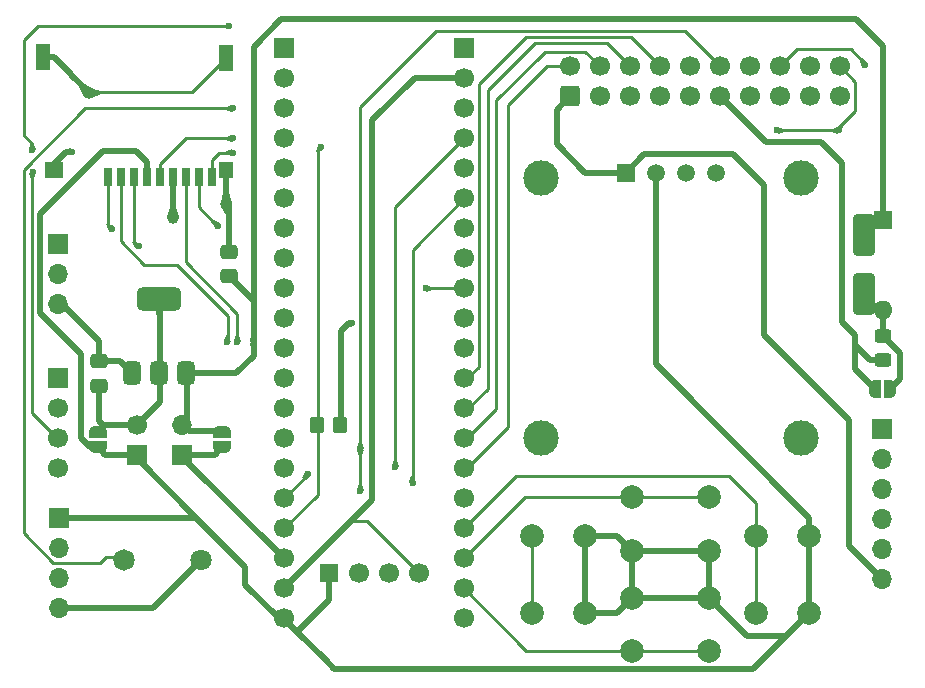
<source format=gbr>
%TF.GenerationSoftware,KiCad,Pcbnew,9.0.3*%
%TF.CreationDate,2025-10-24T12:45:13+02:00*%
%TF.ProjectId,sdiskII_stm32,73646973-6b49-4495-9f73-746d33322e6b,7*%
%TF.SameCoordinates,Original*%
%TF.FileFunction,Copper,L1,Top*%
%TF.FilePolarity,Positive*%
%FSLAX46Y46*%
G04 Gerber Fmt 4.6, Leading zero omitted, Abs format (unit mm)*
G04 Created by KiCad (PCBNEW 9.0.3) date 2025-10-24 12:45:13*
%MOMM*%
%LPD*%
G01*
G04 APERTURE LIST*
G04 Aperture macros list*
%AMRoundRect*
0 Rectangle with rounded corners*
0 $1 Rounding radius*
0 $2 $3 $4 $5 $6 $7 $8 $9 X,Y pos of 4 corners*
0 Add a 4 corners polygon primitive as box body*
4,1,4,$2,$3,$4,$5,$6,$7,$8,$9,$2,$3,0*
0 Add four circle primitives for the rounded corners*
1,1,$1+$1,$2,$3*
1,1,$1+$1,$4,$5*
1,1,$1+$1,$6,$7*
1,1,$1+$1,$8,$9*
0 Add four rect primitives between the rounded corners*
20,1,$1+$1,$2,$3,$4,$5,0*
20,1,$1+$1,$4,$5,$6,$7,0*
20,1,$1+$1,$6,$7,$8,$9,0*
20,1,$1+$1,$8,$9,$2,$3,0*%
%AMFreePoly0*
4,1,23,0.500000,-0.750000,0.000000,-0.750000,0.000000,-0.745722,-0.065263,-0.745722,-0.191342,-0.711940,-0.304381,-0.646677,-0.396677,-0.554381,-0.461940,-0.441342,-0.495722,-0.315263,-0.495722,-0.250000,-0.500000,-0.250000,-0.500000,0.250000,-0.495722,0.250000,-0.495722,0.315263,-0.461940,0.441342,-0.396677,0.554381,-0.304381,0.646677,-0.191342,0.711940,-0.065263,0.745722,0.000000,0.745722,
0.000000,0.750000,0.500000,0.750000,0.500000,-0.750000,0.500000,-0.750000,$1*%
%AMFreePoly1*
4,1,23,0.000000,0.745722,0.065263,0.745722,0.191342,0.711940,0.304381,0.646677,0.396677,0.554381,0.461940,0.441342,0.495722,0.315263,0.495722,0.250000,0.500000,0.250000,0.500000,-0.250000,0.495722,-0.250000,0.495722,-0.315263,0.461940,-0.441342,0.396677,-0.554381,0.304381,-0.646677,0.191342,-0.711940,0.065263,-0.745722,0.000000,-0.745722,0.000000,-0.750000,-0.500000,-0.750000,
-0.500000,0.750000,0.000000,0.750000,0.000000,0.745722,0.000000,0.745722,$1*%
G04 Aperture macros list end*
%TA.AperFunction,SMDPad,CuDef*%
%ADD10RoundRect,0.250000X-0.650000X1.500000X-0.650000X-1.500000X0.650000X-1.500000X0.650000X1.500000X0*%
%TD*%
%TA.AperFunction,ComponentPad*%
%ADD11RoundRect,0.250000X0.600000X-0.600000X0.600000X0.600000X-0.600000X0.600000X-0.600000X-0.600000X0*%
%TD*%
%TA.AperFunction,ComponentPad*%
%ADD12C,1.700000*%
%TD*%
%TA.AperFunction,ComponentPad*%
%ADD13R,1.600000X1.600000*%
%TD*%
%TA.AperFunction,ComponentPad*%
%ADD14O,1.600000X1.600000*%
%TD*%
%TA.AperFunction,ComponentPad*%
%ADD15R,1.700000X1.700000*%
%TD*%
%TA.AperFunction,ComponentPad*%
%ADD16O,1.700000X1.700000*%
%TD*%
%TA.AperFunction,ComponentPad*%
%ADD17C,2.000000*%
%TD*%
%TA.AperFunction,SMDPad,CuDef*%
%ADD18RoundRect,0.250000X-0.450000X0.325000X-0.450000X-0.325000X0.450000X-0.325000X0.450000X0.325000X0*%
%TD*%
%TA.AperFunction,SMDPad,CuDef*%
%ADD19RoundRect,0.250000X0.475000X-0.337500X0.475000X0.337500X-0.475000X0.337500X-0.475000X-0.337500X0*%
%TD*%
%TA.AperFunction,ComponentPad*%
%ADD20C,1.824000*%
%TD*%
%TA.AperFunction,ComponentPad*%
%ADD21C,1.800000*%
%TD*%
%TA.AperFunction,SMDPad,CuDef*%
%ADD22FreePoly0,270.000000*%
%TD*%
%TA.AperFunction,SMDPad,CuDef*%
%ADD23FreePoly1,270.000000*%
%TD*%
%TA.AperFunction,ComponentPad*%
%ADD24R,1.524000X1.524000*%
%TD*%
%TA.AperFunction,SMDPad,CuDef*%
%ADD25RoundRect,0.375000X0.375000X-0.625000X0.375000X0.625000X-0.375000X0.625000X-0.375000X-0.625000X0*%
%TD*%
%TA.AperFunction,SMDPad,CuDef*%
%ADD26RoundRect,0.500000X1.400000X-0.500000X1.400000X0.500000X-1.400000X0.500000X-1.400000X-0.500000X0*%
%TD*%
%TA.AperFunction,SMDPad,CuDef*%
%ADD27FreePoly0,180.000000*%
%TD*%
%TA.AperFunction,SMDPad,CuDef*%
%ADD28FreePoly1,180.000000*%
%TD*%
%TA.AperFunction,ComponentPad*%
%ADD29R,1.508000X1.508000*%
%TD*%
%TA.AperFunction,ComponentPad*%
%ADD30C,1.508000*%
%TD*%
%TA.AperFunction,ComponentPad*%
%ADD31C,3.000000*%
%TD*%
%TA.AperFunction,SMDPad,CuDef*%
%ADD32R,1.600000X1.400000*%
%TD*%
%TA.AperFunction,SMDPad,CuDef*%
%ADD33R,1.200000X2.200000*%
%TD*%
%TA.AperFunction,SMDPad,CuDef*%
%ADD34R,0.700000X1.600000*%
%TD*%
%TA.AperFunction,SMDPad,CuDef*%
%ADD35R,1.200000X1.400000*%
%TD*%
%TA.AperFunction,SMDPad,CuDef*%
%ADD36RoundRect,0.250000X-0.350000X-0.450000X0.350000X-0.450000X0.350000X0.450000X-0.350000X0.450000X0*%
%TD*%
%TA.AperFunction,ViaPad*%
%ADD37C,0.600000*%
%TD*%
%TA.AperFunction,ViaPad*%
%ADD38C,1.000000*%
%TD*%
%TA.AperFunction,Conductor*%
%ADD39C,0.500000*%
%TD*%
%TA.AperFunction,Conductor*%
%ADD40C,0.250000*%
%TD*%
G04 APERTURE END LIST*
D10*
%TO.P,D2,1,K*%
%TO.N,PWR_RD*%
X203120000Y-104250000D03*
%TO.P,D2,2,A*%
%TO.N,Net-(BPF1-A)*%
X203120000Y-109250000D03*
%TD*%
D11*
%TO.P,J2,1,Pin_1*%
%TO.N,GND*%
X178290000Y-92490000D03*
D12*
%TO.P,J2,2,Pin_2*%
%TO.N,STEP0*%
X178290000Y-89950000D03*
%TO.P,J2,3,Pin_3*%
%TO.N,GND*%
X180830000Y-92490000D03*
%TO.P,J2,4,Pin_4*%
%TO.N,STEP1*%
X180830000Y-89950000D03*
%TO.P,J2,5,Pin_5*%
%TO.N,GND*%
X183370000Y-92490000D03*
%TO.P,J2,6,Pin_6*%
%TO.N,STEP2*%
X183370000Y-89950000D03*
%TO.P,J2,7,Pin_7*%
%TO.N,3.5DSK_D*%
X185910000Y-92490000D03*
%TO.P,J2,8,Pin_8*%
%TO.N,STEP3*%
X185910000Y-89950000D03*
%TO.P,J2,9,Pin_9*%
%TO.N,unconnected-(J2-Pin_9-Pad9)*%
X188450000Y-92490000D03*
%TO.P,J2,10,Pin_10*%
%TO.N,WR_REQ*%
X188450000Y-89950000D03*
%TO.P,J2,11,Pin_11*%
%TO.N,VCC*%
X190990000Y-92490000D03*
%TO.P,J2,12,Pin_12*%
%TO.N,SELECT_D*%
X190990000Y-89950000D03*
%TO.P,J2,13,Pin_13*%
%TO.N,unconnected-(J2-Pin_13-Pad13)*%
X193530000Y-92490000D03*
%TO.P,J2,14,Pin_14*%
%TO.N,DEVICE_ENABLE*%
X193530000Y-89950000D03*
%TO.P,J2,15,Pin_15*%
%TO.N,unconnected-(J2-Pin_15-Pad15)*%
X196070000Y-92490000D03*
%TO.P,J2,16,Pin_16*%
%TO.N,RD_DATA*%
X196070000Y-89950000D03*
%TO.P,J2,17,Pin_17*%
%TO.N,unconnected-(J2-Pin_17-Pad17)*%
X198610000Y-92490000D03*
%TO.P,J2,18,Pin_18*%
%TO.N,WR_DATA*%
X198610000Y-89950000D03*
%TO.P,J2,19,Pin_19*%
%TO.N,unconnected-(J2-Pin_19-Pad19)*%
X201150000Y-92490000D03*
%TO.P,J2,20,Pin_20*%
%TO.N,WR_PROTECT_D*%
X201150000Y-89950000D03*
%TD*%
D13*
%TO.P,D1,1,K*%
%TO.N,PWR_RD*%
X204775000Y-102925000D03*
D14*
%TO.P,D1,2,A*%
%TO.N,Net-(BPF1-A)*%
X204775000Y-110545000D03*
%TD*%
D15*
%TO.P,J5,1,Pin_1*%
%TO.N,TIM2_CH3*%
X134880000Y-116370000D03*
D12*
%TO.P,J5,2,Pin_2*%
%TO.N,TIM3_CH4*%
X134880000Y-118910000D03*
%TO.P,J5,3,Pin_3*%
%TO.N,DEBUG*%
X134880000Y-121450000D03*
%TO.P,J5,4,Pin_4*%
%TO.N,GND*%
X134880000Y-123990000D03*
%TD*%
D15*
%TO.P,J3,1,Pin_1*%
%TO.N,RD_DATA*%
X204714746Y-120691427D03*
D16*
%TO.P,J3,2,Pin_2*%
%TO.N,WR_REQ*%
X204714746Y-123231427D03*
%TO.P,J3,3,Pin_3*%
%TO.N,DEVICE_ENABLE*%
X204714746Y-125771427D03*
%TO.P,J3,4,Pin_4*%
%TO.N,WR_PROTECT_D*%
X204714746Y-128311427D03*
%TO.P,J3,5,Pin_5*%
%TO.N,WR_DATA*%
X204714746Y-130851427D03*
%TO.P,J3,6,Pin_6*%
%TO.N,GND*%
X204714746Y-133391427D03*
%TD*%
D17*
%TO.P,UP1,1,1*%
%TO.N,+3.3V*%
X190040000Y-130950000D03*
X183540000Y-130950000D03*
%TO.P,UP1,2,2*%
%TO.N,BTN_UP*%
X190040000Y-126450000D03*
X183540000Y-126450000D03*
%TD*%
D18*
%TO.P,Fu1,1*%
%TO.N,Net-(BPF1-A)*%
X204750000Y-112750000D03*
%TO.P,Fu1,2*%
%TO.N,VCC*%
X204750000Y-114800000D03*
%TD*%
D19*
%TO.P,C2,1*%
%TO.N,PWR_RD*%
X149400000Y-107720000D03*
%TO.P,C2,2*%
%TO.N,GND*%
X149400000Y-105645000D03*
%TD*%
D20*
%TO.P,BZ1,1,+*%
%TO.N,TIM1_CH2N*%
X140500000Y-131750000D03*
D21*
%TO.P,BZ1,2,-*%
%TO.N,GND*%
X147000000Y-131750000D03*
%TD*%
D15*
%TO.P,J4,1,Pin_1*%
%TO.N,USART1_TX*%
X134910000Y-104975000D03*
D16*
%TO.P,J4,2,Pin_2*%
%TO.N,USART1_RX*%
X134910000Y-107515000D03*
%TO.P,J4,3,Pin_3*%
%TO.N,GND*%
X134910000Y-110055000D03*
%TD*%
D22*
%TO.P,JP2,1,A*%
%TO.N,Net-(J7-Pin_2)*%
X138275000Y-120925000D03*
D23*
%TO.P,JP2,2,B*%
%TO.N,+3.3V*%
X138275000Y-122225000D03*
%TD*%
D15*
%TO.P,\u03BCC1,1,B12*%
%TO.N,BTN_RET*%
X154050000Y-88440000D03*
D12*
%TO.P,\u03BCC1,2,B13*%
%TO.N,SD_EJECT*%
X154050000Y-90980000D03*
%TO.P,\u03BCC1,3,B14*%
%TO.N,TIM1_CH2N*%
X154050000Y-93520000D03*
%TO.P,\u03BCC1,4,B15*%
%TO.N,SDIO_CK*%
X154050000Y-96060000D03*
%TO.P,\u03BCC1,5,A8*%
%TO.N,SDIO_D1*%
X154050000Y-98600000D03*
%TO.P,\u03BCC1,6,A9*%
%TO.N,SDIO_D2*%
X154050000Y-101140000D03*
%TO.P,\u03BCC1,7,A10*%
%TO.N,DEBUG*%
X154050000Y-103680000D03*
%TO.P,\u03BCC1,8,A11*%
%TO.N,3.5DSK*%
X154050000Y-106220000D03*
%TO.P,\u03BCC1,9,A12*%
%TO.N,unconnected-(\u03BCC1-A12-Pad9)*%
X154050000Y-108760000D03*
%TO.P,\u03BCC1,10,A15*%
%TO.N,USART1_TX*%
X154050000Y-111300000D03*
%TO.P,\u03BCC1,11,B3*%
%TO.N,USART1_RX*%
X154050000Y-113840000D03*
%TO.P,\u03BCC1,12,B4*%
%TO.N,SDIO_DO*%
X154050000Y-116380000D03*
%TO.P,\u03BCC1,13,B5*%
%TO.N,SDIO_D3*%
X154050000Y-118920000D03*
%TO.P,\u03BCC1,14,B6*%
%TO.N,I2C_SCL*%
X154050000Y-121460000D03*
%TO.P,\u03BCC1,15,B7*%
%TO.N,I2C_SDA*%
X154050000Y-124000000D03*
%TO.P,\u03BCC1,16,B8*%
%TO.N,SELECT*%
X154050000Y-126540000D03*
%TO.P,\u03BCC1,17,B9*%
%TO.N,WR_REQ*%
X154050000Y-129080000D03*
%TO.P,\u03BCC1,18,5Vi*%
%TO.N,PWR_5VIN*%
X154050000Y-131620000D03*
%TO.P,\u03BCC1,19,GNDi*%
%TO.N,GND*%
X154050000Y-134160000D03*
%TO.P,\u03BCC1,20,3.3i*%
%TO.N,+3.3V*%
X154050000Y-136700000D03*
%TO.P,\u03BCC1,21,VB*%
%TO.N,unconnected-(\u03BCC1-VB-Pad21)*%
X169290000Y-136700000D03*
%TO.P,\u03BCC1,22,C13*%
%TO.N,BTN_DOWN*%
X169290000Y-134160000D03*
%TO.P,\u03BCC1,23,C14*%
%TO.N,BTN_UP*%
X169290000Y-131620000D03*
%TO.P,\u03BCC1,24,C15*%
%TO.N,BTN_ENTR*%
X169290000Y-129080000D03*
%TO.P,\u03BCC1,25,R*%
%TO.N,unconnected-(\u03BCC1-R-Pad25)*%
X169290000Y-126540000D03*
%TO.P,\u03BCC1,26,A0*%
%TO.N,STEP0*%
X169290000Y-124000000D03*
%TO.P,\u03BCC1,27,A1*%
%TO.N,STEP1*%
X169290000Y-121460000D03*
%TO.P,\u03BCC1,28,A2*%
%TO.N,STEP2*%
X169290000Y-118920000D03*
%TO.P,\u03BCC1,29,A3*%
%TO.N,STEP3*%
X169290000Y-116380000D03*
%TO.P,\u03BCC1,30,A4*%
%TO.N,DEVICE_ENABLE*%
X169290000Y-113840000D03*
%TO.P,\u03BCC1,31,A5*%
%TO.N,WR_DATA*%
X169290000Y-111300000D03*
%TO.P,\u03BCC1,32,A6*%
%TO.N,SDIO_CMD*%
X169290000Y-108760000D03*
%TO.P,\u03BCC1,33,A7*%
%TO.N,WR_DATA*%
X169290000Y-106220000D03*
%TO.P,\u03BCC1,34,B0*%
%TO.N,RD_DATA*%
X169290000Y-103680000D03*
%TO.P,\u03BCC1,35,B1*%
%TO.N,TIM3_CH4*%
X169290000Y-101140000D03*
%TO.P,\u03BCC1,36,B2*%
%TO.N,WR_PROTECT*%
X169290000Y-98600000D03*
%TO.P,\u03BCC1,37,B10*%
%TO.N,TIM2_CH3*%
X169290000Y-96060000D03*
%TO.P,\u03BCC1,38,3.3ii*%
%TO.N,unconnected-(\u03BCC1-3.3ii-Pad38)*%
X169290000Y-93520000D03*
%TO.P,\u03BCC1,39,GNDii*%
%TO.N,GND*%
X169290000Y-90980000D03*
D15*
%TO.P,\u03BCC1,40,5Vii*%
%TO.N,unconnected-(\u03BCC1-5Vii-Pad40)*%
X169290000Y-88440000D03*
D24*
%TO.P,\u03BCC1,41,3.3V*%
%TO.N,+3.3V*%
X157860000Y-132890000D03*
D12*
%TO.P,\u03BCC1,42,SDIO*%
%TO.N,SDIO*%
X160400000Y-132890000D03*
%TO.P,\u03BCC1,43,SCK*%
%TO.N,SCK*%
X162940000Y-132890000D03*
%TO.P,\u03BCC1,44,GND*%
%TO.N,GND*%
X165480000Y-132890000D03*
%TD*%
D25*
%TO.P,U1,1,GND*%
%TO.N,GND*%
X141187500Y-115950000D03*
%TO.P,U1,2,VO*%
%TO.N,Net-(J7-Pin_2)*%
X143487500Y-115950000D03*
D26*
X143487500Y-109650000D03*
D25*
%TO.P,U1,3,VI*%
%TO.N,PWR_RD*%
X145787500Y-115950000D03*
%TD*%
D27*
%TO.P,BPF1,1,A*%
%TO.N,Net-(BPF1-A)*%
X205375000Y-117275000D03*
D28*
%TO.P,BPF1,2,B*%
%TO.N,VCC*%
X204075000Y-117275000D03*
%TD*%
D22*
%TO.P,JP1,1,A*%
%TO.N,PWR_RD*%
X148800000Y-120925000D03*
D23*
%TO.P,JP1,2,B*%
%TO.N,PWR_5VIN*%
X148800000Y-122225000D03*
%TD*%
D15*
%TO.P,J1,1,Pin_1*%
%TO.N,PWR_5VIN*%
X145455000Y-122850000D03*
D16*
%TO.P,J1,2,Pin_2*%
%TO.N,PWR_RD*%
X145455000Y-120310000D03*
%TD*%
D17*
%TO.P,ENTR1,1,1*%
%TO.N,+3.3V*%
X198540000Y-129700000D03*
X198540000Y-136200000D03*
%TO.P,ENTR1,2,2*%
%TO.N,BTN_ENTR*%
X194040000Y-129700000D03*
X194040000Y-136200000D03*
%TD*%
D15*
%TO.P,J6,1,Pin_1*%
%TO.N,+3.3V*%
X135000000Y-128180000D03*
D16*
%TO.P,J6,2,Pin_2*%
%TO.N,SDIO*%
X135000000Y-130720000D03*
%TO.P,J6,3,Pin_3*%
%TO.N,SCK*%
X135000000Y-133260000D03*
%TO.P,J6,4,Pin_4*%
%TO.N,GND*%
X135000000Y-135800000D03*
%TD*%
D29*
%TO.P,U8,1,GND*%
%TO.N,GND*%
X182980000Y-98950000D03*
D30*
%TO.P,U8,2,VCC_IN*%
%TO.N,+3.3V*%
X185520000Y-98950000D03*
%TO.P,U8,3,SCL*%
%TO.N,I2C_SCL*%
X188060000Y-98950000D03*
%TO.P,U8,4,SDA*%
%TO.N,I2C_SDA*%
X190600000Y-98950000D03*
D31*
%TO.P,U8,S1*%
%TO.N,N/C*%
X175790000Y-99450000D03*
%TO.P,U8,S2*%
X197790000Y-99450000D03*
%TO.P,U8,S3*%
X197790000Y-121450000D03*
%TO.P,U8,S4*%
X175790000Y-121450000D03*
%TD*%
D19*
%TO.P,C1,1*%
%TO.N,Net-(J7-Pin_2)*%
X138430000Y-116995000D03*
%TO.P,C1,2*%
%TO.N,GND*%
X138430000Y-114920000D03*
%TD*%
D32*
%TO.P,U2,*%
%TO.N,*%
X134540000Y-98750000D03*
D33*
X149140000Y-89250000D03*
D34*
%TO.P,U2,1,D2*%
%TO.N,SDIO_D2*%
X139140000Y-99350000D03*
%TO.P,U2,2,D3*%
%TO.N,SDIO_D3*%
X140240000Y-99350000D03*
%TO.P,U2,3,CMD*%
%TO.N,SDIO_CMD*%
X141340000Y-99350000D03*
%TO.P,U2,4,VDD*%
%TO.N,+3.3V*%
X142440000Y-99350000D03*
%TO.P,U2,5,SCLK*%
%TO.N,SDIO_CK*%
X143540000Y-99350000D03*
%TO.P,U2,6,GND*%
%TO.N,GND*%
X144640000Y-99350000D03*
%TO.P,U2,7,DO*%
%TO.N,SDIO_DO*%
X145740000Y-99350000D03*
%TO.P,U2,8,D1*%
%TO.N,SDIO_D1*%
X146840000Y-99350000D03*
%TO.P,U2,9,CD*%
%TO.N,SD_EJECT*%
X147940000Y-99350000D03*
D35*
%TO.P,U2,10,GND*%
%TO.N,GND*%
X149140000Y-98750000D03*
D33*
%TO.P,U2,~*%
%TO.N,N/C*%
X133640000Y-89150000D03*
%TD*%
D36*
%TO.P,R4,1*%
%TO.N,WR_REQ*%
X156825000Y-120325000D03*
%TO.P,R4,2*%
%TO.N,PWR_RD*%
X158825000Y-120325000D03*
%TD*%
D17*
%TO.P,RET1,1,1*%
%TO.N,+3.3V*%
X179540000Y-129700000D03*
X179540000Y-136200000D03*
%TO.P,RET1,2,2*%
%TO.N,BTN_RET*%
X175040000Y-129700000D03*
X175040000Y-136200000D03*
%TD*%
D15*
%TO.P,J7,1,Pin_1*%
%TO.N,+3.3V*%
X141590000Y-122850000D03*
D12*
%TO.P,J7,2,Pin_2*%
%TO.N,Net-(J7-Pin_2)*%
X141590000Y-120310000D03*
%TD*%
D17*
%TO.P,DOWN1,1,1*%
%TO.N,+3.3V*%
X183540000Y-134950000D03*
X190040000Y-134950000D03*
%TO.P,DOWN1,2,2*%
%TO.N,BTN_DOWN*%
X183540000Y-139450000D03*
X190040000Y-139450000D03*
%TD*%
D37*
%TO.N,GND*%
X136090000Y-97200000D03*
D38*
X144640000Y-102820000D03*
X137540000Y-92250000D03*
X149170000Y-101600000D03*
D37*
%TO.N,WR_REQ*%
X157190000Y-96750000D03*
%TO.N,RD_DATA*%
X203224000Y-89850000D03*
%TO.N,SDIO_DO*%
X150110000Y-113320000D03*
%TO.N,SD_EJECT*%
X149760000Y-97285000D03*
%TO.N,SDIO_CK*%
X149760000Y-96060000D03*
%TO.N,SDIO_D1*%
X148454766Y-103445000D03*
%TO.N,SDIO_CMD*%
X141740000Y-105170000D03*
X166040000Y-108760000D03*
%TO.N,SDIO_D2*%
X139500000Y-103750000D03*
%TO.N,SDIO_D3*%
X149260060Y-113330365D03*
%TO.N,DEBUG*%
X132769798Y-98934798D03*
X149390000Y-86500000D03*
X132742702Y-97052702D03*
%TO.N,TIM3_CH4*%
X164940000Y-125250000D03*
%TO.N,SELECT*%
X156090000Y-124430000D03*
%TO.N,TIM1_CH2N*%
X149760000Y-93520000D03*
%TO.N,TIM2_CH3*%
X163490000Y-123900000D03*
%TO.N,PWR_RD*%
X151500000Y-113320000D03*
X159825000Y-111680000D03*
%TO.N,SELECT_D*%
X160500000Y-122380000D03*
X160500000Y-125925000D03*
%TO.N,WR_PROTECT_D*%
X201041000Y-95370000D03*
X195790000Y-95360000D03*
%TD*%
D39*
%TO.N,PWR_RD*%
X204775000Y-102925000D02*
X204385000Y-102925000D01*
X204385000Y-102925000D02*
X203040000Y-104270000D01*
%TO.N,Net-(BPF1-A)*%
X204775000Y-110545000D02*
X204315000Y-110545000D01*
X204315000Y-110545000D02*
X203040000Y-109270000D01*
X204750000Y-112750000D02*
X204775000Y-112725000D01*
X204775000Y-112725000D02*
X204775000Y-110545000D01*
%TO.N,PWR_RD*%
X151500000Y-109710000D02*
X151500000Y-88288000D01*
X151500000Y-88288000D02*
X153838000Y-85950000D01*
X202480000Y-85950000D02*
X204775000Y-88245000D01*
X153838000Y-85950000D02*
X202480000Y-85950000D01*
X204775000Y-88245000D02*
X204775000Y-102925000D01*
%TO.N,VCC*%
X194870000Y-96370000D02*
X199530000Y-96370000D01*
X201280000Y-98120000D02*
X201280000Y-111560000D01*
X199530000Y-96370000D02*
X201280000Y-98120000D01*
X190990000Y-92490000D02*
X194870000Y-96370000D01*
X201280000Y-111560000D02*
X202410000Y-112690000D01*
X202410000Y-112690000D02*
X202410000Y-113560000D01*
X202410000Y-115610000D02*
X202410000Y-113560000D01*
X202410000Y-113560000D02*
X203650000Y-114800000D01*
X203650000Y-114800000D02*
X204750000Y-114800000D01*
%TO.N,GND*%
X201890000Y-119890000D02*
X201880000Y-119900000D01*
X165126341Y-90960000D02*
X169270000Y-90960000D01*
D40*
X161075000Y-128485000D02*
X159725000Y-128485000D01*
D39*
X136040000Y-90650000D02*
X136040000Y-90640000D01*
X138430000Y-113245000D02*
X135240000Y-110055000D01*
X138430000Y-114920000D02*
X138430000Y-113245000D01*
X201880000Y-130556681D02*
X204714746Y-133391427D01*
X149170000Y-98780000D02*
X149140000Y-98750000D01*
X194730000Y-100030000D02*
X194730000Y-112730000D01*
D40*
X137540000Y-92250000D02*
X137540000Y-92150000D01*
D39*
X135240000Y-110055000D02*
X134910000Y-110055000D01*
X159725000Y-128485000D02*
X154050000Y-134160000D01*
X165116341Y-90950000D02*
X165126341Y-90960000D01*
X177140000Y-96540000D02*
X177140000Y-93640000D01*
X161540000Y-94526341D02*
X165116341Y-90950000D01*
X149170000Y-101600000D02*
X149400000Y-101830000D01*
D40*
X146240000Y-92150000D02*
X149140000Y-89250000D01*
D39*
X159725000Y-128485000D02*
X161540000Y-126670000D01*
D40*
X137540000Y-92150000D02*
X146240000Y-92150000D01*
D39*
X177140000Y-93640000D02*
X178290000Y-92490000D01*
X141217500Y-115980000D02*
X141217500Y-116540000D01*
X149400000Y-101830000D02*
X149400000Y-105645000D01*
D40*
X165480000Y-132890000D02*
X161075000Y-128485000D01*
D39*
X138430000Y-114920000D02*
X140157500Y-114920000D01*
X168659000Y-90980000D02*
X168659000Y-90950000D01*
X184530000Y-97400000D02*
X192100000Y-97400000D01*
X192100000Y-97400000D02*
X194730000Y-100030000D01*
X169270000Y-90960000D02*
X169290000Y-90980000D01*
X140157500Y-114920000D02*
X141217500Y-115980000D01*
X135560000Y-97200000D02*
X134540000Y-98220000D01*
X134540000Y-98220000D02*
X134540000Y-98750000D01*
X161540000Y-126670000D02*
X161540000Y-94526341D01*
X182980000Y-98950000D02*
X179550000Y-98950000D01*
X201880000Y-119900000D02*
X201880000Y-130556681D01*
X136090000Y-97200000D02*
X135560000Y-97200000D01*
X137540000Y-92150000D02*
X136040000Y-90650000D01*
X144640000Y-102820000D02*
X144640000Y-99583884D01*
X135240000Y-135800000D02*
X142950000Y-135800000D01*
X194730000Y-112730000D02*
X201890000Y-119890000D01*
X149170000Y-101600000D02*
X149170000Y-98780000D01*
X182980000Y-98950000D02*
X184530000Y-97400000D01*
X134550000Y-89150000D02*
X133640000Y-89150000D01*
X142950000Y-135800000D02*
X147000000Y-131750000D01*
X179550000Y-98950000D02*
X177140000Y-96540000D01*
X136040000Y-90640000D02*
X134550000Y-89150000D01*
%TO.N,VCC*%
X204075000Y-117275000D02*
X202410000Y-115610000D01*
D40*
%TO.N,STEP2*%
X175290000Y-87950000D02*
X175040000Y-88200000D01*
X171290000Y-117250000D02*
X169620000Y-118920000D01*
X181370000Y-87950000D02*
X175290000Y-87950000D01*
X175040000Y-88200000D02*
X171290000Y-91950000D01*
X171290000Y-91950000D02*
X171290000Y-117250000D01*
X183370000Y-89950000D02*
X181370000Y-87950000D01*
%TO.N,WR_REQ*%
X156910000Y-97030000D02*
X156910000Y-126220000D01*
X156910000Y-126220000D02*
X154050000Y-129080000D01*
X157190000Y-96750000D02*
X156910000Y-97030000D01*
%TO.N,STEP3*%
X170540000Y-91450000D02*
X170540000Y-115415000D01*
X183410000Y-87450000D02*
X174540000Y-87450000D01*
X170540000Y-115415000D02*
X169575000Y-116380000D01*
X174540000Y-87450000D02*
X170540000Y-91450000D01*
X185910000Y-89950000D02*
X183410000Y-87450000D01*
%TO.N,STEP0*%
X173040000Y-93200000D02*
X173040000Y-120500000D01*
X176290000Y-89950000D02*
X173040000Y-93200000D01*
X173040000Y-120500000D02*
X169540000Y-124000000D01*
X178290000Y-89950000D02*
X176290000Y-89950000D01*
%TO.N,STEP1*%
X176165000Y-88700000D02*
X175865000Y-89000000D01*
X175865000Y-89000000D02*
X172040000Y-92825000D01*
X172040000Y-92825000D02*
X172040000Y-119000000D01*
X179580000Y-88700000D02*
X176165000Y-88700000D01*
X180830000Y-89950000D02*
X179580000Y-88700000D01*
X172040000Y-119000000D02*
X169580000Y-121460000D01*
%TO.N,BTN_DOWN*%
X183540000Y-139450000D02*
X190040000Y-139450000D01*
X174580000Y-139450000D02*
X169290000Y-134160000D01*
X183540000Y-139450000D02*
X174580000Y-139450000D01*
%TO.N,BTN_ENTR*%
X191740213Y-124650213D02*
X173719787Y-124650213D01*
X173719787Y-124650213D02*
X169290000Y-129080000D01*
X194040000Y-126950000D02*
X191740213Y-124650213D01*
X194040000Y-129700000D02*
X194040000Y-136200000D01*
X194040000Y-129700000D02*
X194040000Y-126950000D01*
%TO.N,BTN_RET*%
X175040000Y-136200000D02*
X175040000Y-129700000D01*
%TO.N,BTN_UP*%
X190040000Y-126450000D02*
X183540000Y-126450000D01*
X183540000Y-126450000D02*
X174460000Y-126450000D01*
X174460000Y-126450000D02*
X169290000Y-131620000D01*
D39*
%TO.N,+3.3V*%
X190040000Y-134950000D02*
X190040000Y-130950000D01*
X142440000Y-98050000D02*
X141490000Y-97100000D01*
X142440000Y-99350000D02*
X142440000Y-98050000D01*
X153610000Y-136700000D02*
X154050000Y-136700000D01*
X183540000Y-130950000D02*
X182290000Y-129700000D01*
X185520000Y-115180000D02*
X198540000Y-128200000D01*
X190040000Y-130950000D02*
X183540000Y-130950000D01*
X133376000Y-102424000D02*
X133376000Y-110806000D01*
X157860000Y-132890000D02*
X157860000Y-135130000D01*
X141590000Y-122850000D02*
X141590000Y-123130000D01*
X155170000Y-137820000D02*
X154602250Y-137252250D01*
X138275000Y-122225000D02*
X138925000Y-122875000D01*
X185520000Y-98950000D02*
X185520000Y-115180000D01*
X133376000Y-110806000D02*
X136840000Y-114270000D01*
X198540000Y-136200000D02*
X193790000Y-140950000D01*
X157860000Y-135130000D02*
X155170000Y-137820000D01*
X183540000Y-134950000D02*
X190040000Y-134950000D01*
X179540000Y-136200000D02*
X179540000Y-129700000D01*
X157590000Y-140240000D02*
X155170000Y-137820000D01*
X146640000Y-128180000D02*
X150790000Y-132330000D01*
X196540000Y-138200000D02*
X193290000Y-138200000D01*
X198540000Y-129700000D02*
X198540000Y-136200000D01*
X182290000Y-136200000D02*
X183540000Y-134950000D01*
X179540000Y-136200000D02*
X182290000Y-136200000D01*
X138700000Y-97100000D02*
X133376000Y-102424000D01*
X150790000Y-132330000D02*
X150790000Y-133880000D01*
X158300000Y-140950000D02*
X157590000Y-140240000D01*
X138925000Y-122875000D02*
X141565000Y-122875000D01*
X135190000Y-128180000D02*
X145280000Y-128180000D01*
X182290000Y-129700000D02*
X179540000Y-129700000D01*
X136840000Y-114270000D02*
X136840000Y-121455594D01*
X141590000Y-123130000D02*
X146640000Y-128180000D01*
X137609406Y-122225000D02*
X138275000Y-122225000D01*
X150790000Y-133880000D02*
X153610000Y-136700000D01*
X141490000Y-97100000D02*
X138700000Y-97100000D01*
X193790000Y-140950000D02*
X158300000Y-140950000D01*
X136840000Y-121455594D02*
X137609406Y-122225000D01*
X193290000Y-138200000D02*
X190040000Y-134950000D01*
X145280000Y-128180000D02*
X146640000Y-128180000D01*
X141565000Y-122875000D02*
X141590000Y-122850000D01*
X198540000Y-128200000D02*
X198540000Y-129700000D01*
X183540000Y-134950000D02*
X183540000Y-130950000D01*
D40*
%TO.N,RD_DATA*%
X203280000Y-89730000D02*
X202050000Y-88500000D01*
X202050000Y-88500000D02*
X197520000Y-88500000D01*
X203224000Y-89850000D02*
X203280000Y-89794000D01*
X197520000Y-88500000D02*
X196070000Y-89950000D01*
X203280000Y-89794000D02*
X203280000Y-89730000D01*
%TO.N,SDIO_DO*%
X150110000Y-110930000D02*
X145740000Y-106560000D01*
X145740000Y-106560000D02*
X145740000Y-99350000D01*
X150110000Y-113320000D02*
X150110000Y-110930000D01*
%TO.N,SD_EJECT*%
X147940000Y-97860000D02*
X148515000Y-97285000D01*
X147940000Y-99350000D02*
X147940000Y-97860000D01*
X148515000Y-97285000D02*
X149600000Y-97285000D01*
%TO.N,SDIO_CK*%
X149650000Y-96060000D02*
X145740000Y-96060000D01*
X143540000Y-98260000D02*
X143540000Y-99350000D01*
X145740000Y-96060000D02*
X143540000Y-98260000D01*
%TO.N,SDIO_D1*%
X148309766Y-103300000D02*
X148240000Y-103300000D01*
X146840000Y-101900000D02*
X146840000Y-99350000D01*
X148240000Y-103300000D02*
X146840000Y-101900000D01*
X154050000Y-98600000D02*
X154050000Y-98990000D01*
X148454766Y-103445000D02*
X148309766Y-103300000D01*
%TO.N,SDIO_CMD*%
X141740000Y-105170000D02*
X141550000Y-105170000D01*
X141340000Y-104960000D02*
X141340000Y-99350000D01*
X141550000Y-105170000D02*
X141340000Y-104960000D01*
X169290000Y-108760000D02*
X166040000Y-108760000D01*
%TO.N,SDIO_D2*%
X139140000Y-103390000D02*
X139140000Y-99350000D01*
X139500000Y-103750000D02*
X139140000Y-103390000D01*
%TO.N,SDIO_D3*%
X149290000Y-113300425D02*
X149290000Y-111060000D01*
X149290000Y-111060000D02*
X144970000Y-106740000D01*
X144970000Y-106740000D02*
X142200000Y-106740000D01*
X142200000Y-106740000D02*
X140240000Y-104780000D01*
X154050000Y-118920000D02*
X154050000Y-118590000D01*
X140240000Y-104780000D02*
X140240000Y-99350000D01*
X149260060Y-113330365D02*
X149290000Y-113300425D01*
%TO.N,DEBUG*%
X132000000Y-95750000D02*
X132000000Y-87750000D01*
X132750000Y-119330000D02*
X135000000Y-121580000D01*
X132742702Y-97052702D02*
X132742702Y-96492702D01*
X132769798Y-98934798D02*
X132750000Y-98954596D01*
X132000000Y-87750000D02*
X133250000Y-86500000D01*
X132750000Y-98954596D02*
X132750000Y-119330000D01*
X132742702Y-96492702D02*
X132000000Y-95750000D01*
X133250000Y-86500000D02*
X149390000Y-86500000D01*
%TO.N,TIM3_CH4*%
X164940000Y-105490000D02*
X164940000Y-125250000D01*
X169290000Y-101140000D02*
X164940000Y-105490000D01*
%TO.N,SELECT*%
X156065000Y-124600000D02*
X155990000Y-124600000D01*
X155990000Y-124600000D02*
X154050000Y-126540000D01*
X156090000Y-124430000D02*
X156090000Y-124575000D01*
X156090000Y-124575000D02*
X156065000Y-124600000D01*
%TO.N,TIM1_CH2N*%
X132000000Y-129500000D02*
X134500000Y-132000000D01*
X139000000Y-131500000D02*
X140500000Y-131500000D01*
X149760000Y-93520000D02*
X137230000Y-93520000D01*
X138500000Y-132000000D02*
X139000000Y-131500000D01*
X137230000Y-93520000D02*
X132000000Y-98750000D01*
X134500000Y-132000000D02*
X138500000Y-132000000D01*
X132000000Y-98750000D02*
X132000000Y-129500000D01*
%TO.N,TIM2_CH3*%
X163490000Y-101860000D02*
X163490000Y-123900000D01*
X169290000Y-96060000D02*
X163490000Y-101860000D01*
D39*
%TO.N,PWR_RD*%
X149400000Y-107720000D02*
X151390000Y-109710000D01*
X159825000Y-111680000D02*
X159540000Y-111680000D01*
X148700000Y-120825000D02*
X145970000Y-120825000D01*
X158880000Y-112340000D02*
X158880000Y-120270000D01*
X151390000Y-109710000D02*
X151500000Y-109710000D01*
X149990000Y-115950000D02*
X145787500Y-115950000D01*
X151500000Y-109710000D02*
X151500000Y-113320000D01*
X151500000Y-113320000D02*
X151500000Y-114440000D01*
X158880000Y-120270000D02*
X158825000Y-120325000D01*
X159540000Y-111680000D02*
X158880000Y-112340000D01*
X145817500Y-119947500D02*
X145455000Y-120310000D01*
X145817500Y-116540000D02*
X145817500Y-119947500D01*
X145970000Y-120825000D02*
X145455000Y-120310000D01*
X145787500Y-115950000D02*
X145787500Y-116510000D01*
X148800000Y-120925000D02*
X148700000Y-120825000D01*
X145787500Y-116510000D02*
X145817500Y-116540000D01*
X151500000Y-114440000D02*
X149990000Y-115950000D01*
D40*
%TO.N,SELECT_D*%
X160500000Y-93400000D02*
X166950000Y-86950000D01*
X160500000Y-125925000D02*
X160500000Y-122380000D01*
X187990000Y-86950000D02*
X190990000Y-89950000D01*
X166950000Y-86950000D02*
X187990000Y-86950000D01*
X160500000Y-125925000D02*
X160375000Y-125800000D01*
X160500000Y-122380000D02*
X160500000Y-93400000D01*
%TO.N,WR_PROTECT_D*%
X201031000Y-95360000D02*
X195790000Y-95360000D01*
X201115000Y-95296000D02*
X201115000Y-95025000D01*
X202440000Y-93700000D02*
X202440000Y-91240000D01*
X202440000Y-91240000D02*
X201150000Y-89950000D01*
X201115000Y-95025000D02*
X202440000Y-93700000D01*
X201041000Y-95370000D02*
X201031000Y-95360000D01*
X201041000Y-95370000D02*
X201115000Y-95296000D01*
D39*
%TO.N,Net-(J7-Pin_2)*%
X143487500Y-109650000D02*
X143487500Y-110945000D01*
X138900000Y-120300000D02*
X138812500Y-120387500D01*
X143517500Y-118382500D02*
X141590000Y-120310000D01*
X138430000Y-116995000D02*
X138430000Y-120005000D01*
X141590000Y-120310000D02*
X141580000Y-120300000D01*
X143517500Y-116540000D02*
X143517500Y-118382500D01*
X138430000Y-120005000D02*
X138812500Y-120387500D01*
X143517500Y-110975000D02*
X143517500Y-110240000D01*
X143487500Y-110945000D02*
X143517500Y-110975000D01*
X138812500Y-120387500D02*
X138275000Y-120925000D01*
X143510000Y-116547500D02*
X143517500Y-116540000D01*
X141580000Y-120300000D02*
X138900000Y-120300000D01*
X143517500Y-116540000D02*
X143517500Y-110975000D01*
%TO.N,PWR_5VIN*%
X145455000Y-122850000D02*
X145455000Y-123025000D01*
X145455000Y-122850000D02*
X148175000Y-122850000D01*
X148175000Y-122850000D02*
X148800000Y-122225000D01*
X145455000Y-123025000D02*
X154050000Y-131620000D01*
X154050000Y-131590000D02*
X154050000Y-131620000D01*
%TO.N,Net-(BPF1-A)*%
X206225000Y-114225000D02*
X204750000Y-112750000D01*
X206225000Y-116425000D02*
X206225000Y-114225000D01*
X205375000Y-117275000D02*
X206225000Y-116425000D01*
%TD*%
%TA.AperFunction,Conductor*%
%TO.N,GND*%
G36*
X144889306Y-101833034D02*
G01*
X144892331Y-101838265D01*
X145127147Y-102710401D01*
X145125989Y-102719281D01*
X145118891Y-102724741D01*
X145118154Y-102724914D01*
X144642305Y-102820536D01*
X144637695Y-102820536D01*
X144161845Y-102724914D01*
X144154409Y-102719924D01*
X144152679Y-102711138D01*
X144152852Y-102710401D01*
X144387669Y-101838265D01*
X144393129Y-101831167D01*
X144398967Y-101829607D01*
X144881033Y-101829607D01*
X144889306Y-101833034D01*
G37*
%TD.AperFunction*%
%TD*%
%TA.AperFunction,Conductor*%
%TO.N,SELECT_D*%
G36*
X160624699Y-121789191D02*
G01*
X160627583Y-121793940D01*
X160790315Y-122309062D01*
X160789539Y-122317983D01*
X160782682Y-122323743D01*
X160781478Y-122324054D01*
X160502320Y-122380530D01*
X160497680Y-122380530D01*
X160264553Y-122333366D01*
X160218520Y-122324053D01*
X160211092Y-122319054D01*
X160209373Y-122310266D01*
X160209680Y-122309075D01*
X160372417Y-121793939D01*
X160378177Y-121787083D01*
X160383574Y-121785764D01*
X160616426Y-121785764D01*
X160624699Y-121789191D01*
G37*
%TD.AperFunction*%
%TD*%
%TA.AperFunction,Conductor*%
%TO.N,PWR_RD*%
G36*
X159664390Y-111439566D02*
G01*
X159824387Y-111677332D01*
X159826161Y-111681613D01*
X159881424Y-111963509D01*
X159879653Y-111972287D01*
X159872969Y-111977062D01*
X159501932Y-112076397D01*
X159493054Y-112075226D01*
X159490633Y-112073368D01*
X159152705Y-111735440D01*
X159149278Y-111727167D01*
X159152705Y-111718894D01*
X159155181Y-111717004D01*
X159648894Y-111435929D01*
X159657780Y-111434815D01*
X159664390Y-111439566D01*
G37*
%TD.AperFunction*%
%TD*%
%TA.AperFunction,Conductor*%
%TO.N,SDIO_CMD*%
G36*
X141465818Y-104828621D02*
G01*
X141786288Y-104874029D01*
X141793998Y-104878582D01*
X141796230Y-104887254D01*
X141796123Y-104887888D01*
X141740946Y-105166223D01*
X141735975Y-105173672D01*
X141735942Y-105173694D01*
X141501217Y-105329591D01*
X141492430Y-105331314D01*
X141484998Y-105326318D01*
X141484459Y-105325422D01*
X141224369Y-104845783D01*
X141223438Y-104836877D01*
X141229077Y-104829921D01*
X141234654Y-104828506D01*
X141464178Y-104828506D01*
X141465818Y-104828621D01*
G37*
%TD.AperFunction*%
%TD*%
%TA.AperFunction,Conductor*%
%TO.N,GND*%
G36*
X136028555Y-96909969D02*
G01*
X136033782Y-96917239D01*
X136033861Y-96917600D01*
X136090241Y-97196984D01*
X136090243Y-97201602D01*
X136033801Y-97482644D01*
X136028812Y-97490080D01*
X136020026Y-97491811D01*
X136019906Y-97491786D01*
X135694749Y-97422917D01*
X135688900Y-97419744D01*
X135352661Y-97083505D01*
X135349234Y-97075232D01*
X135352661Y-97066959D01*
X135358257Y-97063842D01*
X136019718Y-96908524D01*
X136028555Y-96909969D01*
G37*
%TD.AperFunction*%
%TD*%
%TA.AperFunction,Conductor*%
%TO.N,WR_PROTECT_D*%
G36*
X200979115Y-95080337D02*
G01*
X200984757Y-95087290D01*
X200985010Y-95088304D01*
X201041530Y-95367680D01*
X201041530Y-95372320D01*
X200985098Y-95651260D01*
X200980098Y-95658689D01*
X200971310Y-95660408D01*
X200969918Y-95660035D01*
X200454752Y-95487672D01*
X200447993Y-95481798D01*
X200446764Y-95476577D01*
X200446764Y-95243728D01*
X200450191Y-95235455D01*
X200455129Y-95232513D01*
X200970209Y-95079409D01*
X200979115Y-95080337D01*
G37*
%TD.AperFunction*%
%TD*%
%TA.AperFunction,Conductor*%
%TO.N,WR_PROTECT_D*%
G36*
X201206590Y-94773193D02*
G01*
X201206905Y-94773497D01*
X201371262Y-94937854D01*
X201374689Y-94946127D01*
X201374650Y-94947082D01*
X201336303Y-95415483D01*
X201332213Y-95423449D01*
X201323687Y-95426189D01*
X201322392Y-95426009D01*
X201268698Y-95415483D01*
X201042613Y-95371161D01*
X201038332Y-95369387D01*
X200802907Y-95210965D01*
X200797956Y-95203503D01*
X200799732Y-95194726D01*
X200800852Y-95193312D01*
X201190055Y-94773811D01*
X201198194Y-94770078D01*
X201206590Y-94773193D01*
G37*
%TD.AperFunction*%
%TD*%
%TA.AperFunction,Conductor*%
%TO.N,WR_PROTECT_D*%
G36*
X195860929Y-95069681D02*
G01*
X196376060Y-95232417D01*
X196382917Y-95238177D01*
X196384236Y-95243574D01*
X196384236Y-95476425D01*
X196380809Y-95484698D01*
X196376060Y-95487582D01*
X195860937Y-95650315D01*
X195852016Y-95649539D01*
X195846256Y-95642682D01*
X195845949Y-95641494D01*
X195789469Y-95362318D01*
X195789469Y-95357680D01*
X195812554Y-95243574D01*
X195845946Y-95078518D01*
X195850945Y-95071092D01*
X195859733Y-95069373D01*
X195860929Y-95069681D01*
G37*
%TD.AperFunction*%
%TD*%
%TA.AperFunction,Conductor*%
%TO.N,DEBUG*%
G36*
X133050842Y-98990656D02*
G01*
X133058271Y-98995656D01*
X133059990Y-99004444D01*
X133059555Y-99006017D01*
X132877755Y-99521227D01*
X132871771Y-99527889D01*
X132866722Y-99529034D01*
X132633883Y-99529034D01*
X132625610Y-99525607D01*
X132622613Y-99520478D01*
X132478942Y-99005442D01*
X132480020Y-98996552D01*
X132487068Y-98991028D01*
X132487878Y-98990833D01*
X132767480Y-98934267D01*
X132772116Y-98934267D01*
X133050842Y-98990656D01*
G37*
%TD.AperFunction*%
%TD*%
%TA.AperFunction,Conductor*%
%TO.N,SELECT*%
G36*
X155850402Y-124270106D02*
G01*
X155852338Y-124271144D01*
X156088734Y-124427984D01*
X156092015Y-124431265D01*
X156250070Y-124669491D01*
X156251789Y-124678279D01*
X156246789Y-124685708D01*
X156246590Y-124685838D01*
X155801114Y-124968553D01*
X155792293Y-124970092D01*
X155786572Y-124966947D01*
X155621982Y-124802357D01*
X155618555Y-124794084D01*
X155619467Y-124789555D01*
X155835084Y-124276359D01*
X155841447Y-124270061D01*
X155850402Y-124270106D01*
G37*
%TD.AperFunction*%
%TD*%
%TA.AperFunction,Conductor*%
%TO.N,SDIO_D3*%
G36*
X149414227Y-112739556D02*
G01*
X149417277Y-112744885D01*
X149551185Y-113259876D01*
X149549951Y-113268745D01*
X149542806Y-113274143D01*
X149542182Y-113274288D01*
X149262380Y-113330895D01*
X149257740Y-113330895D01*
X148979241Y-113274552D01*
X148971812Y-113269552D01*
X148970093Y-113260764D01*
X148970592Y-113259013D01*
X149162166Y-112743752D01*
X149168262Y-112737191D01*
X149173133Y-112736129D01*
X149405954Y-112736129D01*
X149414227Y-112739556D01*
G37*
%TD.AperFunction*%
%TD*%
%TA.AperFunction,Conductor*%
%TO.N,SDIO_CK*%
G36*
X149697983Y-95770460D02*
G01*
X149703743Y-95777317D01*
X149704054Y-95778521D01*
X149760530Y-96057680D01*
X149760530Y-96062320D01*
X149704054Y-96341478D01*
X149699054Y-96348907D01*
X149690266Y-96350626D01*
X149689062Y-96350315D01*
X149173940Y-96187582D01*
X149167083Y-96181822D01*
X149165764Y-96176425D01*
X149165764Y-95943574D01*
X149169191Y-95935301D01*
X149173940Y-95932417D01*
X149689063Y-95769684D01*
X149697983Y-95770460D01*
G37*
%TD.AperFunction*%
%TD*%
%TA.AperFunction,Conductor*%
%TO.N,PWR_RD*%
G36*
X151747500Y-112729191D02*
G01*
X151750887Y-112736501D01*
X151793379Y-113251104D01*
X151790645Y-113259631D01*
X151784039Y-113263535D01*
X151502320Y-113320530D01*
X151497680Y-113320530D01*
X151215960Y-113263535D01*
X151208531Y-113258535D01*
X151206620Y-113251104D01*
X151249113Y-112736501D01*
X151253209Y-112728538D01*
X151260773Y-112725764D01*
X151739227Y-112725764D01*
X151747500Y-112729191D01*
G37*
%TD.AperFunction*%
%TD*%
%TA.AperFunction,Conductor*%
%TO.N,SELECT_D*%
G36*
X160624699Y-125334191D02*
G01*
X160627583Y-125338940D01*
X160790315Y-125854062D01*
X160789539Y-125862983D01*
X160782682Y-125868743D01*
X160781478Y-125869054D01*
X160502320Y-125925530D01*
X160497680Y-125925530D01*
X160264553Y-125878366D01*
X160218520Y-125869053D01*
X160211092Y-125864054D01*
X160209373Y-125855266D01*
X160209680Y-125854075D01*
X160372417Y-125338939D01*
X160378177Y-125332083D01*
X160383574Y-125330764D01*
X160616426Y-125330764D01*
X160624699Y-125334191D01*
G37*
%TD.AperFunction*%
%TD*%
%TA.AperFunction,Conductor*%
%TO.N,SDIO_DO*%
G36*
X150234699Y-112729191D02*
G01*
X150237583Y-112733940D01*
X150400315Y-113249062D01*
X150399539Y-113257983D01*
X150392682Y-113263743D01*
X150391478Y-113264054D01*
X150112320Y-113320530D01*
X150107680Y-113320530D01*
X149874553Y-113273366D01*
X149828520Y-113264053D01*
X149821092Y-113259054D01*
X149819373Y-113250266D01*
X149819680Y-113249075D01*
X149982417Y-112733939D01*
X149988177Y-112727083D01*
X149993574Y-112725764D01*
X150226426Y-112725764D01*
X150234699Y-112729191D01*
G37*
%TD.AperFunction*%
%TD*%
%TA.AperFunction,Conductor*%
%TO.N,TIM1_CH2N*%
G36*
X149697983Y-93230460D02*
G01*
X149703743Y-93237317D01*
X149704054Y-93238521D01*
X149760530Y-93517680D01*
X149760530Y-93522320D01*
X149704054Y-93801478D01*
X149699054Y-93808907D01*
X149690266Y-93810626D01*
X149689062Y-93810315D01*
X149173940Y-93647582D01*
X149167083Y-93641822D01*
X149165764Y-93636425D01*
X149165764Y-93403574D01*
X149169191Y-93395301D01*
X149173940Y-93392417D01*
X149689063Y-93229684D01*
X149697983Y-93230460D01*
G37*
%TD.AperFunction*%
%TD*%
%TA.AperFunction,Conductor*%
%TO.N,TIM2_CH3*%
G36*
X163614699Y-123309191D02*
G01*
X163617583Y-123313940D01*
X163780315Y-123829062D01*
X163779539Y-123837983D01*
X163772682Y-123843743D01*
X163771478Y-123844054D01*
X163492320Y-123900530D01*
X163487680Y-123900530D01*
X163254553Y-123853366D01*
X163208520Y-123844053D01*
X163201092Y-123839054D01*
X163199373Y-123830266D01*
X163199680Y-123829075D01*
X163362417Y-123313939D01*
X163368177Y-123307083D01*
X163373574Y-123305764D01*
X163606426Y-123305764D01*
X163614699Y-123309191D01*
G37*
%TD.AperFunction*%
%TD*%
%TA.AperFunction,Conductor*%
%TO.N,GND*%
G36*
X137649823Y-91763260D02*
G01*
X138521013Y-92022511D01*
X138527965Y-92028155D01*
X138529376Y-92033725D01*
X138529376Y-92268076D01*
X138525949Y-92276349D01*
X138523307Y-92278332D01*
X137827169Y-92660581D01*
X137818268Y-92661559D01*
X137811821Y-92656841D01*
X137556669Y-92276349D01*
X137541712Y-92254045D01*
X137539951Y-92245267D01*
X137635020Y-91772170D01*
X137640010Y-91764735D01*
X137648796Y-91763005D01*
X137649823Y-91763260D01*
G37*
%TD.AperFunction*%
%TD*%
%TA.AperFunction,Conductor*%
%TO.N,PWR_RD*%
G36*
X151784039Y-113376464D02*
G01*
X151791468Y-113381464D01*
X151793379Y-113388895D01*
X151750887Y-113903499D01*
X151746791Y-113911462D01*
X151739227Y-113914236D01*
X151260773Y-113914236D01*
X151252500Y-113910809D01*
X151249113Y-113903499D01*
X151206620Y-113388895D01*
X151209354Y-113380368D01*
X151215959Y-113376464D01*
X151497682Y-113319469D01*
X151502318Y-113319469D01*
X151784039Y-113376464D01*
G37*
%TD.AperFunction*%
%TD*%
%TA.AperFunction,Conductor*%
%TO.N,SDIO_D2*%
G36*
X139267426Y-103306063D02*
G01*
X139654641Y-103494698D01*
X139660578Y-103501402D01*
X139660035Y-103510340D01*
X139659257Y-103511698D01*
X139502704Y-103746935D01*
X139495268Y-103751924D01*
X139495209Y-103751936D01*
X139215452Y-103806632D01*
X139206675Y-103804856D01*
X139202266Y-103799293D01*
X139184324Y-103751924D01*
X139021001Y-103320724D01*
X139021275Y-103311775D01*
X139027798Y-103305640D01*
X139031942Y-103304881D01*
X139262302Y-103304881D01*
X139267426Y-103306063D01*
G37*
%TD.AperFunction*%
%TD*%
%TA.AperFunction,Conductor*%
%TO.N,DEBUG*%
G36*
X132810574Y-96392958D02*
G01*
X132813257Y-96397126D01*
X133032120Y-96981317D01*
X133031814Y-96990267D01*
X133025269Y-96996378D01*
X133023478Y-96996891D01*
X132748181Y-97052445D01*
X132739394Y-97050722D01*
X132739361Y-97050700D01*
X132501247Y-96891374D01*
X132496276Y-96883925D01*
X132496950Y-96877158D01*
X132629217Y-96559020D01*
X132631744Y-96555242D01*
X132794029Y-96392957D01*
X132802301Y-96389531D01*
X132810574Y-96392958D01*
G37*
%TD.AperFunction*%
%TD*%
%TA.AperFunction,Conductor*%
%TO.N,TIM3_CH4*%
G36*
X165064699Y-124659191D02*
G01*
X165067583Y-124663940D01*
X165230315Y-125179062D01*
X165229539Y-125187983D01*
X165222682Y-125193743D01*
X165221478Y-125194054D01*
X164942320Y-125250530D01*
X164937680Y-125250530D01*
X164704553Y-125203366D01*
X164658520Y-125194053D01*
X164651092Y-125189054D01*
X164649373Y-125180266D01*
X164649680Y-125179075D01*
X164812417Y-124663939D01*
X164818177Y-124657083D01*
X164823574Y-124655764D01*
X165056426Y-124655764D01*
X165064699Y-124659191D01*
G37*
%TD.AperFunction*%
%TD*%
%TA.AperFunction,Conductor*%
%TO.N,RD_DATA*%
G36*
X203007720Y-89279614D02*
G01*
X203382654Y-89593840D01*
X203386794Y-89601780D01*
X203384888Y-89609275D01*
X203227409Y-89846634D01*
X203219980Y-89851633D01*
X203219936Y-89851642D01*
X203219911Y-89851647D01*
X202940844Y-89906354D01*
X202932066Y-89904583D01*
X202927200Y-89897531D01*
X202824208Y-89455839D01*
X202825666Y-89447006D01*
X202827325Y-89444915D01*
X202991933Y-89280307D01*
X203000205Y-89276881D01*
X203007720Y-89279614D01*
G37*
%TD.AperFunction*%
%TD*%
%TA.AperFunction,Conductor*%
%TO.N,SDIO_D1*%
G36*
X148095329Y-102974353D02*
G01*
X148608411Y-103190082D01*
X148614708Y-103196446D01*
X148614660Y-103205401D01*
X148613624Y-103207334D01*
X148456781Y-103443734D01*
X148453500Y-103447015D01*
X148215276Y-103605068D01*
X148206488Y-103606787D01*
X148199059Y-103601787D01*
X148198928Y-103601585D01*
X148100896Y-103447015D01*
X147916324Y-103155995D01*
X147914787Y-103147176D01*
X147917930Y-103141460D01*
X148082525Y-102976865D01*
X148090797Y-102973439D01*
X148095329Y-102974353D01*
G37*
%TD.AperFunction*%
%TD*%
%TA.AperFunction,Conductor*%
%TO.N,SELECT_D*%
G36*
X160781479Y-122435946D02*
G01*
X160788907Y-122440945D01*
X160790626Y-122449733D01*
X160790315Y-122450937D01*
X160627583Y-122966060D01*
X160621823Y-122972917D01*
X160616426Y-122974236D01*
X160383574Y-122974236D01*
X160375301Y-122970809D01*
X160372417Y-122966060D01*
X160209684Y-122450937D01*
X160210460Y-122442016D01*
X160217317Y-122436256D01*
X160218500Y-122435950D01*
X160497682Y-122379469D01*
X160502318Y-122379469D01*
X160781479Y-122435946D01*
G37*
%TD.AperFunction*%
%TD*%
%TA.AperFunction,Conductor*%
%TO.N,SDIO_CMD*%
G36*
X166110929Y-108469681D02*
G01*
X166626060Y-108632417D01*
X166632917Y-108638177D01*
X166634236Y-108643574D01*
X166634236Y-108876425D01*
X166630809Y-108884698D01*
X166626060Y-108887582D01*
X166110937Y-109050315D01*
X166102016Y-109049539D01*
X166096256Y-109042682D01*
X166095949Y-109041494D01*
X166039469Y-108762318D01*
X166039469Y-108757680D01*
X166062554Y-108643574D01*
X166095946Y-108478518D01*
X166100945Y-108471092D01*
X166109733Y-108469373D01*
X166110929Y-108469681D01*
G37*
%TD.AperFunction*%
%TD*%
%TA.AperFunction,Conductor*%
%TO.N,GND*%
G36*
X137074469Y-91328358D02*
G01*
X137808213Y-91827750D01*
X137813124Y-91835238D01*
X137811371Y-91843903D01*
X137542009Y-92248749D01*
X137538749Y-92252009D01*
X137135440Y-92520349D01*
X137126654Y-92522079D01*
X137119218Y-92517089D01*
X137118427Y-92515704D01*
X136716525Y-91683947D01*
X136716012Y-91675008D01*
X136718786Y-91670587D01*
X137059616Y-91329757D01*
X137067888Y-91326331D01*
X137074469Y-91328358D01*
G37*
%TD.AperFunction*%
%TD*%
%TA.AperFunction,Conductor*%
%TO.N,GND*%
G36*
X149590471Y-101683494D02*
G01*
X149650878Y-101695633D01*
X149658314Y-101700623D01*
X149660272Y-101707249D01*
X149650143Y-102523973D01*
X149646614Y-102532203D01*
X149638444Y-102535528D01*
X149156615Y-102535528D01*
X149148342Y-102532101D01*
X149146590Y-102529860D01*
X148760007Y-101887329D01*
X148758678Y-101878473D01*
X148763514Y-101871582D01*
X149165954Y-101601712D01*
X149174732Y-101599951D01*
X149590471Y-101683494D01*
G37*
%TD.AperFunction*%
%TD*%
%TA.AperFunction,Conductor*%
%TO.N,SD_EJECT*%
G36*
X149697983Y-96995460D02*
G01*
X149703743Y-97002317D01*
X149704054Y-97003521D01*
X149760530Y-97282680D01*
X149760530Y-97287320D01*
X149704054Y-97566478D01*
X149699054Y-97573907D01*
X149690266Y-97575626D01*
X149689062Y-97575315D01*
X149173940Y-97412582D01*
X149167083Y-97406822D01*
X149165764Y-97401425D01*
X149165764Y-97168574D01*
X149169191Y-97160301D01*
X149173940Y-97157417D01*
X149689063Y-96994684D01*
X149697983Y-96995460D01*
G37*
%TD.AperFunction*%
%TD*%
%TA.AperFunction,Conductor*%
%TO.N,WR_REQ*%
G36*
X157185209Y-96748063D02*
G01*
X157192671Y-96753014D01*
X157192704Y-96753064D01*
X157350387Y-96989998D01*
X157352118Y-96998784D01*
X157347429Y-97006014D01*
X157038045Y-97226090D01*
X157031263Y-97228256D01*
X156799361Y-97228256D01*
X156791088Y-97224829D01*
X156787661Y-97216556D01*
X156787902Y-97214192D01*
X156834164Y-96989998D01*
X156893424Y-96702810D01*
X156898451Y-96695403D01*
X156907125Y-96693694D01*
X157185209Y-96748063D01*
G37*
%TD.AperFunction*%
%TD*%
%TA.AperFunction,Conductor*%
%TO.N,GND*%
G36*
X149419306Y-100613034D02*
G01*
X149422331Y-100618265D01*
X149657147Y-101490401D01*
X149655989Y-101499281D01*
X149648891Y-101504741D01*
X149648154Y-101504914D01*
X149172305Y-101600536D01*
X149167695Y-101600536D01*
X148691845Y-101504914D01*
X148684409Y-101499924D01*
X148682679Y-101491138D01*
X148682852Y-101490401D01*
X148917669Y-100618265D01*
X148923129Y-100611167D01*
X148928967Y-100609607D01*
X149411033Y-100609607D01*
X149419306Y-100613034D01*
G37*
%TD.AperFunction*%
%TD*%
M02*

</source>
